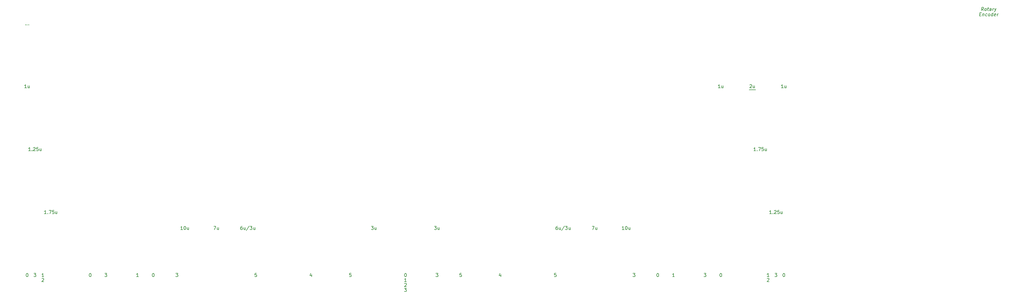
<source format=gbr>
%TF.GenerationSoftware,KiCad,Pcbnew,(6.0.9)*%
%TF.CreationDate,2022-11-27T02:07:55-08:00*%
%TF.ProjectId,40s-2040rmie,3430732d-3230-4343-9072-6d69652e6b69,rev?*%
%TF.SameCoordinates,Original*%
%TF.FileFunction,Legend,Top*%
%TF.FilePolarity,Positive*%
%FSLAX46Y46*%
G04 Gerber Fmt 4.6, Leading zero omitted, Abs format (unit mm)*
G04 Created by KiCad (PCBNEW (6.0.9)) date 2022-11-27 02:07:55*
%MOMM*%
%LPD*%
G01*
G04 APERTURE LIST*
%ADD10C,0.200000*%
%ADD11C,3.987800*%
%ADD12C,1.750000*%
%ADD13C,3.048000*%
%ADD14C,0.650000*%
%ADD15O,1.000000X1.600000*%
%ADD16O,1.000000X2.100000*%
G04 APERTURE END LIST*
D10*
X268075000Y-73050000D02*
X270075000Y-73050000D01*
X173039285Y-114397380D02*
X173658333Y-114397380D01*
X173325000Y-114778333D01*
X173467857Y-114778333D01*
X173563095Y-114825952D01*
X173610714Y-114873571D01*
X173658333Y-114968809D01*
X173658333Y-115206904D01*
X173610714Y-115302142D01*
X173563095Y-115349761D01*
X173467857Y-115397380D01*
X173182142Y-115397380D01*
X173086904Y-115349761D01*
X173039285Y-115302142D01*
X174515476Y-114730714D02*
X174515476Y-115397380D01*
X174086904Y-114730714D02*
X174086904Y-115254523D01*
X174134523Y-115349761D01*
X174229761Y-115397380D01*
X174372619Y-115397380D01*
X174467857Y-115349761D01*
X174515476Y-115302142D01*
X338846398Y-49131830D02*
X338572589Y-48655640D01*
X338274970Y-49131830D02*
X338399970Y-48131830D01*
X338780922Y-48131830D01*
X338870208Y-48179450D01*
X338911875Y-48227069D01*
X338947589Y-48322307D01*
X338929732Y-48465164D01*
X338870208Y-48560402D01*
X338816636Y-48608021D01*
X338715446Y-48655640D01*
X338334494Y-48655640D01*
X339417827Y-49131830D02*
X339328541Y-49084211D01*
X339286875Y-49036592D01*
X339251160Y-48941354D01*
X339286875Y-48655640D01*
X339346398Y-48560402D01*
X339399970Y-48512783D01*
X339501160Y-48465164D01*
X339644017Y-48465164D01*
X339733303Y-48512783D01*
X339774970Y-48560402D01*
X339810684Y-48655640D01*
X339774970Y-48941354D01*
X339715446Y-49036592D01*
X339661875Y-49084211D01*
X339560684Y-49131830D01*
X339417827Y-49131830D01*
X340120208Y-48465164D02*
X340501160Y-48465164D01*
X340304732Y-48131830D02*
X340197589Y-48988973D01*
X340233303Y-49084211D01*
X340322589Y-49131830D01*
X340417827Y-49131830D01*
X341179732Y-49131830D02*
X341245208Y-48608021D01*
X341209494Y-48512783D01*
X341120208Y-48465164D01*
X340929732Y-48465164D01*
X340828541Y-48512783D01*
X341185684Y-49084211D02*
X341084494Y-49131830D01*
X340846398Y-49131830D01*
X340757113Y-49084211D01*
X340721398Y-48988973D01*
X340733303Y-48893735D01*
X340792827Y-48798497D01*
X340894017Y-48750878D01*
X341132113Y-48750878D01*
X341233303Y-48703259D01*
X341655922Y-49131830D02*
X341739255Y-48465164D01*
X341715446Y-48655640D02*
X341774970Y-48560402D01*
X341828541Y-48512783D01*
X341929732Y-48465164D01*
X342024970Y-48465164D01*
X342263065Y-48465164D02*
X342417827Y-49131830D01*
X342739255Y-48465164D02*
X342417827Y-49131830D01*
X342292827Y-49369926D01*
X342239255Y-49417545D01*
X342138065Y-49465164D01*
X337745208Y-50218021D02*
X338078541Y-50218021D01*
X338155922Y-50741830D02*
X337679732Y-50741830D01*
X337804732Y-49741830D01*
X338280922Y-49741830D01*
X338667827Y-50075164D02*
X338584494Y-50741830D01*
X338655922Y-50170402D02*
X338709494Y-50122783D01*
X338810684Y-50075164D01*
X338953541Y-50075164D01*
X339042827Y-50122783D01*
X339078541Y-50218021D01*
X339013065Y-50741830D01*
X339923779Y-50694211D02*
X339822589Y-50741830D01*
X339632113Y-50741830D01*
X339542827Y-50694211D01*
X339501160Y-50646592D01*
X339465446Y-50551354D01*
X339501160Y-50265640D01*
X339560684Y-50170402D01*
X339614255Y-50122783D01*
X339715446Y-50075164D01*
X339905922Y-50075164D01*
X339995208Y-50122783D01*
X340489255Y-50741830D02*
X340399970Y-50694211D01*
X340358303Y-50646592D01*
X340322589Y-50551354D01*
X340358303Y-50265640D01*
X340417827Y-50170402D01*
X340471398Y-50122783D01*
X340572589Y-50075164D01*
X340715446Y-50075164D01*
X340804732Y-50122783D01*
X340846398Y-50170402D01*
X340882113Y-50265640D01*
X340846398Y-50551354D01*
X340786875Y-50646592D01*
X340733303Y-50694211D01*
X340632113Y-50741830D01*
X340489255Y-50741830D01*
X341679732Y-50741830D02*
X341804732Y-49741830D01*
X341685684Y-50694211D02*
X341584494Y-50741830D01*
X341394017Y-50741830D01*
X341304732Y-50694211D01*
X341263065Y-50646592D01*
X341227351Y-50551354D01*
X341263065Y-50265640D01*
X341322589Y-50170402D01*
X341376160Y-50122783D01*
X341477351Y-50075164D01*
X341667827Y-50075164D01*
X341757113Y-50122783D01*
X342542827Y-50694211D02*
X342441636Y-50741830D01*
X342251160Y-50741830D01*
X342161875Y-50694211D01*
X342126160Y-50598973D01*
X342173779Y-50218021D01*
X342233303Y-50122783D01*
X342334494Y-50075164D01*
X342524970Y-50075164D01*
X342614255Y-50122783D01*
X342649970Y-50218021D01*
X342638065Y-50313259D01*
X342149970Y-50408497D01*
X343013065Y-50741830D02*
X343096398Y-50075164D01*
X343072589Y-50265640D02*
X343132113Y-50170402D01*
X343185684Y-50122783D01*
X343286875Y-50075164D01*
X343382113Y-50075164D01*
X147869345Y-128652380D02*
X147393154Y-128652380D01*
X147345535Y-129128571D01*
X147393154Y-129080952D01*
X147488392Y-129033333D01*
X147726488Y-129033333D01*
X147821726Y-129080952D01*
X147869345Y-129128571D01*
X147916964Y-129223809D01*
X147916964Y-129461904D01*
X147869345Y-129557142D01*
X147821726Y-129604761D01*
X147726488Y-129652380D01*
X147488392Y-129652380D01*
X147393154Y-129604761D01*
X147345535Y-129557142D01*
X94910416Y-128652380D02*
X95529464Y-128652380D01*
X95196130Y-129033333D01*
X95338988Y-129033333D01*
X95434226Y-129080952D01*
X95481845Y-129128571D01*
X95529464Y-129223809D01*
X95529464Y-129461904D01*
X95481845Y-129557142D01*
X95434226Y-129604761D01*
X95338988Y-129652380D01*
X95053273Y-129652380D01*
X94958035Y-129604761D01*
X94910416Y-129557142D01*
X83623214Y-129652380D02*
X83051785Y-129652380D01*
X83337500Y-129652380D02*
X83337500Y-128652380D01*
X83242261Y-128795238D01*
X83147023Y-128890476D01*
X83051785Y-128938095D01*
X164585714Y-131152380D02*
X164014285Y-131152380D01*
X164300000Y-131152380D02*
X164300000Y-130152380D01*
X164204761Y-130295238D01*
X164109523Y-130390476D01*
X164014285Y-130438095D01*
X96982142Y-115397380D02*
X96410714Y-115397380D01*
X96696428Y-115397380D02*
X96696428Y-114397380D01*
X96601190Y-114540238D01*
X96505952Y-114635476D01*
X96410714Y-114683095D01*
X97601190Y-114397380D02*
X97696428Y-114397380D01*
X97791666Y-114445000D01*
X97839285Y-114492619D01*
X97886904Y-114587857D01*
X97934523Y-114778333D01*
X97934523Y-115016428D01*
X97886904Y-115206904D01*
X97839285Y-115302142D01*
X97791666Y-115349761D01*
X97696428Y-115397380D01*
X97601190Y-115397380D01*
X97505952Y-115349761D01*
X97458333Y-115302142D01*
X97410714Y-115206904D01*
X97363095Y-115016428D01*
X97363095Y-114778333D01*
X97410714Y-114587857D01*
X97458333Y-114492619D01*
X97505952Y-114445000D01*
X97601190Y-114397380D01*
X98791666Y-114730714D02*
X98791666Y-115397380D01*
X98363095Y-114730714D02*
X98363095Y-115254523D01*
X98410714Y-115349761D01*
X98505952Y-115397380D01*
X98648809Y-115397380D01*
X98744047Y-115349761D01*
X98791666Y-115302142D01*
X230332142Y-115397380D02*
X229760714Y-115397380D01*
X230046428Y-115397380D02*
X230046428Y-114397380D01*
X229951190Y-114540238D01*
X229855952Y-114635476D01*
X229760714Y-114683095D01*
X230951190Y-114397380D02*
X231046428Y-114397380D01*
X231141666Y-114445000D01*
X231189285Y-114492619D01*
X231236904Y-114587857D01*
X231284523Y-114778333D01*
X231284523Y-115016428D01*
X231236904Y-115206904D01*
X231189285Y-115302142D01*
X231141666Y-115349761D01*
X231046428Y-115397380D01*
X230951190Y-115397380D01*
X230855952Y-115349761D01*
X230808333Y-115302142D01*
X230760714Y-115206904D01*
X230713095Y-115016428D01*
X230713095Y-114778333D01*
X230760714Y-114587857D01*
X230808333Y-114492619D01*
X230855952Y-114445000D01*
X230951190Y-114397380D01*
X232141666Y-114730714D02*
X232141666Y-115397380D01*
X231713095Y-114730714D02*
X231713095Y-115254523D01*
X231760714Y-115349761D01*
X231855952Y-115397380D01*
X231998809Y-115397380D01*
X232094047Y-115349761D01*
X232141666Y-115302142D01*
X259383333Y-72502380D02*
X258811904Y-72502380D01*
X259097619Y-72502380D02*
X259097619Y-71502380D01*
X259002380Y-71645238D01*
X258907142Y-71740476D01*
X258811904Y-71788095D01*
X260240476Y-71835714D02*
X260240476Y-72502380D01*
X259811904Y-71835714D02*
X259811904Y-72359523D01*
X259859523Y-72454761D01*
X259954761Y-72502380D01*
X260097619Y-72502380D01*
X260192857Y-72454761D01*
X260240476Y-72407142D01*
X273551785Y-130247619D02*
X273599404Y-130200000D01*
X273694642Y-130152380D01*
X273932738Y-130152380D01*
X274027976Y-130200000D01*
X274075595Y-130247619D01*
X274123214Y-130342857D01*
X274123214Y-130438095D01*
X274075595Y-130580952D01*
X273504166Y-131152380D01*
X274123214Y-131152380D01*
X49833333Y-72502380D02*
X49261904Y-72502380D01*
X49547619Y-72502380D02*
X49547619Y-71502380D01*
X49452380Y-71645238D01*
X49357142Y-71740476D01*
X49261904Y-71788095D01*
X50690476Y-71835714D02*
X50690476Y-72502380D01*
X50261904Y-71835714D02*
X50261904Y-72359523D01*
X50309523Y-72454761D01*
X50404761Y-72502380D01*
X50547619Y-72502380D01*
X50642857Y-72454761D01*
X50690476Y-72407142D01*
X135915476Y-128985714D02*
X135915476Y-129652380D01*
X135677380Y-128604761D02*
X135439285Y-129319047D01*
X136058333Y-129319047D01*
X274861607Y-110602380D02*
X274290178Y-110602380D01*
X274575892Y-110602380D02*
X274575892Y-109602380D01*
X274480654Y-109745238D01*
X274385416Y-109840476D01*
X274290178Y-109888095D01*
X275290178Y-110507142D02*
X275337797Y-110554761D01*
X275290178Y-110602380D01*
X275242559Y-110554761D01*
X275290178Y-110507142D01*
X275290178Y-110602380D01*
X275718750Y-109697619D02*
X275766369Y-109650000D01*
X275861607Y-109602380D01*
X276099702Y-109602380D01*
X276194940Y-109650000D01*
X276242559Y-109697619D01*
X276290178Y-109792857D01*
X276290178Y-109888095D01*
X276242559Y-110030952D01*
X275671130Y-110602380D01*
X276290178Y-110602380D01*
X277194940Y-109602380D02*
X276718750Y-109602380D01*
X276671130Y-110078571D01*
X276718750Y-110030952D01*
X276813988Y-109983333D01*
X277052083Y-109983333D01*
X277147321Y-110030952D01*
X277194940Y-110078571D01*
X277242559Y-110173809D01*
X277242559Y-110411904D01*
X277194940Y-110507142D01*
X277147321Y-110554761D01*
X277052083Y-110602380D01*
X276813988Y-110602380D01*
X276718750Y-110554761D01*
X276671130Y-110507142D01*
X278099702Y-109935714D02*
X278099702Y-110602380D01*
X277671130Y-109935714D02*
X277671130Y-110459523D01*
X277718750Y-110554761D01*
X277813988Y-110602380D01*
X277956845Y-110602380D01*
X278052083Y-110554761D01*
X278099702Y-110507142D01*
X193065476Y-128985714D02*
X193065476Y-129652380D01*
X192827380Y-128604761D02*
X192589285Y-129319047D01*
X193208333Y-129319047D01*
X181206845Y-128652380D02*
X180730654Y-128652380D01*
X180683035Y-129128571D01*
X180730654Y-129080952D01*
X180825892Y-129033333D01*
X181063988Y-129033333D01*
X181159226Y-129080952D01*
X181206845Y-129128571D01*
X181254464Y-129223809D01*
X181254464Y-129461904D01*
X181206845Y-129557142D01*
X181159226Y-129604761D01*
X181063988Y-129652380D01*
X180825892Y-129652380D01*
X180730654Y-129604761D01*
X180683035Y-129557142D01*
X88052380Y-128652380D02*
X88147619Y-128652380D01*
X88242857Y-128700000D01*
X88290476Y-128747619D01*
X88338095Y-128842857D01*
X88385714Y-129033333D01*
X88385714Y-129271428D01*
X88338095Y-129461904D01*
X88290476Y-129557142D01*
X88242857Y-129604761D01*
X88147619Y-129652380D01*
X88052380Y-129652380D01*
X87957142Y-129604761D01*
X87909523Y-129557142D01*
X87861904Y-129461904D01*
X87814285Y-129271428D01*
X87814285Y-129033333D01*
X87861904Y-128842857D01*
X87909523Y-128747619D01*
X87957142Y-128700000D01*
X88052380Y-128652380D01*
X220664285Y-114397380D02*
X221330952Y-114397380D01*
X220902380Y-115397380D01*
X222140476Y-114730714D02*
X222140476Y-115397380D01*
X221711904Y-114730714D02*
X221711904Y-115254523D01*
X221759523Y-115349761D01*
X221854761Y-115397380D01*
X221997619Y-115397380D01*
X222092857Y-115349761D01*
X222140476Y-115302142D01*
X233022916Y-128652380D02*
X233641964Y-128652380D01*
X233308630Y-129033333D01*
X233451488Y-129033333D01*
X233546726Y-129080952D01*
X233594345Y-129128571D01*
X233641964Y-129223809D01*
X233641964Y-129461904D01*
X233594345Y-129557142D01*
X233546726Y-129604761D01*
X233451488Y-129652380D01*
X233165773Y-129652380D01*
X233070535Y-129604761D01*
X233022916Y-129557142D01*
X164014285Y-131747619D02*
X164061904Y-131700000D01*
X164157142Y-131652380D01*
X164395238Y-131652380D01*
X164490476Y-131700000D01*
X164538095Y-131747619D01*
X164585714Y-131842857D01*
X164585714Y-131938095D01*
X164538095Y-132080952D01*
X163966666Y-132652380D01*
X164585714Y-132652380D01*
X51024107Y-91552380D02*
X50452678Y-91552380D01*
X50738392Y-91552380D02*
X50738392Y-90552380D01*
X50643154Y-90695238D01*
X50547916Y-90790476D01*
X50452678Y-90838095D01*
X51452678Y-91457142D02*
X51500297Y-91504761D01*
X51452678Y-91552380D01*
X51405059Y-91504761D01*
X51452678Y-91457142D01*
X51452678Y-91552380D01*
X51881250Y-90647619D02*
X51928869Y-90600000D01*
X52024107Y-90552380D01*
X52262202Y-90552380D01*
X52357440Y-90600000D01*
X52405059Y-90647619D01*
X52452678Y-90742857D01*
X52452678Y-90838095D01*
X52405059Y-90980952D01*
X51833630Y-91552380D01*
X52452678Y-91552380D01*
X53357440Y-90552380D02*
X52881250Y-90552380D01*
X52833630Y-91028571D01*
X52881250Y-90980952D01*
X52976488Y-90933333D01*
X53214583Y-90933333D01*
X53309821Y-90980952D01*
X53357440Y-91028571D01*
X53405059Y-91123809D01*
X53405059Y-91361904D01*
X53357440Y-91457142D01*
X53309821Y-91504761D01*
X53214583Y-91552380D01*
X52976488Y-91552380D01*
X52881250Y-91504761D01*
X52833630Y-91457142D01*
X54262202Y-90885714D02*
X54262202Y-91552380D01*
X53833630Y-90885714D02*
X53833630Y-91409523D01*
X53881250Y-91504761D01*
X53976488Y-91552380D01*
X54119345Y-91552380D01*
X54214583Y-91504761D01*
X54262202Y-91457142D01*
X114960714Y-114397380D02*
X114770238Y-114397380D01*
X114675000Y-114445000D01*
X114627380Y-114492619D01*
X114532142Y-114635476D01*
X114484523Y-114825952D01*
X114484523Y-115206904D01*
X114532142Y-115302142D01*
X114579761Y-115349761D01*
X114675000Y-115397380D01*
X114865476Y-115397380D01*
X114960714Y-115349761D01*
X115008333Y-115302142D01*
X115055952Y-115206904D01*
X115055952Y-114968809D01*
X115008333Y-114873571D01*
X114960714Y-114825952D01*
X114865476Y-114778333D01*
X114675000Y-114778333D01*
X114579761Y-114825952D01*
X114532142Y-114873571D01*
X114484523Y-114968809D01*
X115913095Y-114730714D02*
X115913095Y-115397380D01*
X115484523Y-114730714D02*
X115484523Y-115254523D01*
X115532142Y-115349761D01*
X115627380Y-115397380D01*
X115770238Y-115397380D01*
X115865476Y-115349761D01*
X115913095Y-115302142D01*
X117103571Y-114349761D02*
X116246428Y-115635476D01*
X117341666Y-114397380D02*
X117960714Y-114397380D01*
X117627380Y-114778333D01*
X117770238Y-114778333D01*
X117865476Y-114825952D01*
X117913095Y-114873571D01*
X117960714Y-114968809D01*
X117960714Y-115206904D01*
X117913095Y-115302142D01*
X117865476Y-115349761D01*
X117770238Y-115397380D01*
X117484523Y-115397380D01*
X117389285Y-115349761D01*
X117341666Y-115302142D01*
X118817857Y-114730714D02*
X118817857Y-115397380D01*
X118389285Y-114730714D02*
X118389285Y-115254523D01*
X118436904Y-115349761D01*
X118532142Y-115397380D01*
X118675000Y-115397380D01*
X118770238Y-115349761D01*
X118817857Y-115302142D01*
X209781845Y-128652380D02*
X209305654Y-128652380D01*
X209258035Y-129128571D01*
X209305654Y-129080952D01*
X209400892Y-129033333D01*
X209638988Y-129033333D01*
X209734226Y-129080952D01*
X209781845Y-129128571D01*
X209829464Y-129223809D01*
X209829464Y-129461904D01*
X209781845Y-129557142D01*
X209734226Y-129604761D01*
X209638988Y-129652380D01*
X209400892Y-129652380D01*
X209305654Y-129604761D01*
X209258035Y-129557142D01*
X268336904Y-71597619D02*
X268384523Y-71550000D01*
X268479761Y-71502380D01*
X268717857Y-71502380D01*
X268813095Y-71550000D01*
X268860714Y-71597619D01*
X268908333Y-71692857D01*
X268908333Y-71788095D01*
X268860714Y-71930952D01*
X268289285Y-72502380D01*
X268908333Y-72502380D01*
X269765476Y-71835714D02*
X269765476Y-72502380D01*
X269336904Y-71835714D02*
X269336904Y-72359523D01*
X269384523Y-72454761D01*
X269479761Y-72502380D01*
X269622619Y-72502380D01*
X269717857Y-72454761D01*
X269765476Y-72407142D01*
X55048214Y-129652380D02*
X54476785Y-129652380D01*
X54762500Y-129652380D02*
X54762500Y-128652380D01*
X54667261Y-128795238D01*
X54572023Y-128890476D01*
X54476785Y-128938095D01*
X49952380Y-128652380D02*
X50047619Y-128652380D01*
X50142857Y-128700000D01*
X50190476Y-128747619D01*
X50238095Y-128842857D01*
X50285714Y-129033333D01*
X50285714Y-129271428D01*
X50238095Y-129461904D01*
X50190476Y-129557142D01*
X50142857Y-129604761D01*
X50047619Y-129652380D01*
X49952380Y-129652380D01*
X49857142Y-129604761D01*
X49809523Y-129557142D01*
X49761904Y-129461904D01*
X49714285Y-129271428D01*
X49714285Y-129033333D01*
X49761904Y-128842857D01*
X49809523Y-128747619D01*
X49857142Y-128700000D01*
X49952380Y-128652380D01*
X69002380Y-128652380D02*
X69097619Y-128652380D01*
X69192857Y-128700000D01*
X69240476Y-128747619D01*
X69288095Y-128842857D01*
X69335714Y-129033333D01*
X69335714Y-129271428D01*
X69288095Y-129461904D01*
X69240476Y-129557142D01*
X69192857Y-129604761D01*
X69097619Y-129652380D01*
X69002380Y-129652380D01*
X68907142Y-129604761D01*
X68859523Y-129557142D01*
X68811904Y-129461904D01*
X68764285Y-129271428D01*
X68764285Y-129033333D01*
X68811904Y-128842857D01*
X68859523Y-128747619D01*
X68907142Y-128700000D01*
X69002380Y-128652380D01*
X55786607Y-110602380D02*
X55215178Y-110602380D01*
X55500892Y-110602380D02*
X55500892Y-109602380D01*
X55405654Y-109745238D01*
X55310416Y-109840476D01*
X55215178Y-109888095D01*
X56215178Y-110507142D02*
X56262797Y-110554761D01*
X56215178Y-110602380D01*
X56167559Y-110554761D01*
X56215178Y-110507142D01*
X56215178Y-110602380D01*
X56596130Y-109602380D02*
X57262797Y-109602380D01*
X56834226Y-110602380D01*
X58119940Y-109602380D02*
X57643750Y-109602380D01*
X57596130Y-110078571D01*
X57643750Y-110030952D01*
X57738988Y-109983333D01*
X57977083Y-109983333D01*
X58072321Y-110030952D01*
X58119940Y-110078571D01*
X58167559Y-110173809D01*
X58167559Y-110411904D01*
X58119940Y-110507142D01*
X58072321Y-110554761D01*
X57977083Y-110602380D01*
X57738988Y-110602380D01*
X57643750Y-110554761D01*
X57596130Y-110507142D01*
X59024702Y-109935714D02*
X59024702Y-110602380D01*
X58596130Y-109935714D02*
X58596130Y-110459523D01*
X58643750Y-110554761D01*
X58738988Y-110602380D01*
X58881845Y-110602380D01*
X58977083Y-110554761D01*
X59024702Y-110507142D01*
X49523809Y-53357142D02*
X49571428Y-53404761D01*
X49523809Y-53452380D01*
X49476190Y-53404761D01*
X49523809Y-53357142D01*
X49523809Y-53452380D01*
X50000000Y-53357142D02*
X50047619Y-53404761D01*
X50000000Y-53452380D01*
X49952380Y-53404761D01*
X50000000Y-53357142D01*
X50000000Y-53452380D01*
X50476190Y-53357142D02*
X50523809Y-53404761D01*
X50476190Y-53452380D01*
X50428571Y-53404761D01*
X50476190Y-53357142D01*
X50476190Y-53452380D01*
X245548214Y-129652380D02*
X244976785Y-129652380D01*
X245262500Y-129652380D02*
X245262500Y-128652380D01*
X245167261Y-128795238D01*
X245072023Y-128890476D01*
X244976785Y-128938095D01*
X73479166Y-128652380D02*
X74098214Y-128652380D01*
X73764880Y-129033333D01*
X73907738Y-129033333D01*
X74002976Y-129080952D01*
X74050595Y-129128571D01*
X74098214Y-129223809D01*
X74098214Y-129461904D01*
X74050595Y-129557142D01*
X74002976Y-129604761D01*
X73907738Y-129652380D01*
X73622023Y-129652380D01*
X73526785Y-129604761D01*
X73479166Y-129557142D01*
X254454166Y-128652380D02*
X255073214Y-128652380D01*
X254739880Y-129033333D01*
X254882738Y-129033333D01*
X254977976Y-129080952D01*
X255025595Y-129128571D01*
X255073214Y-129223809D01*
X255073214Y-129461904D01*
X255025595Y-129557142D01*
X254977976Y-129604761D01*
X254882738Y-129652380D01*
X254597023Y-129652380D01*
X254501785Y-129604761D01*
X254454166Y-129557142D01*
X54476785Y-130247619D02*
X54524404Y-130200000D01*
X54619642Y-130152380D01*
X54857738Y-130152380D01*
X54952976Y-130200000D01*
X55000595Y-130247619D01*
X55048214Y-130342857D01*
X55048214Y-130438095D01*
X55000595Y-130580952D01*
X54429166Y-131152380D01*
X55048214Y-131152380D01*
X153989285Y-114397380D02*
X154608333Y-114397380D01*
X154275000Y-114778333D01*
X154417857Y-114778333D01*
X154513095Y-114825952D01*
X154560714Y-114873571D01*
X154608333Y-114968809D01*
X154608333Y-115206904D01*
X154560714Y-115302142D01*
X154513095Y-115349761D01*
X154417857Y-115397380D01*
X154132142Y-115397380D01*
X154036904Y-115349761D01*
X153989285Y-115302142D01*
X155465476Y-114730714D02*
X155465476Y-115397380D01*
X155036904Y-114730714D02*
X155036904Y-115254523D01*
X155084523Y-115349761D01*
X155179761Y-115397380D01*
X155322619Y-115397380D01*
X155417857Y-115349761D01*
X155465476Y-115302142D01*
X278433333Y-72502380D02*
X277861904Y-72502380D01*
X278147619Y-72502380D02*
X278147619Y-71502380D01*
X278052380Y-71645238D01*
X277957142Y-71740476D01*
X277861904Y-71788095D01*
X279290476Y-71835714D02*
X279290476Y-72502380D01*
X278861904Y-71835714D02*
X278861904Y-72359523D01*
X278909523Y-72454761D01*
X279004761Y-72502380D01*
X279147619Y-72502380D01*
X279242857Y-72454761D01*
X279290476Y-72407142D01*
X173491666Y-128652380D02*
X174110714Y-128652380D01*
X173777380Y-129033333D01*
X173920238Y-129033333D01*
X174015476Y-129080952D01*
X174063095Y-129128571D01*
X174110714Y-129223809D01*
X174110714Y-129461904D01*
X174063095Y-129557142D01*
X174015476Y-129604761D01*
X173920238Y-129652380D01*
X173634523Y-129652380D01*
X173539285Y-129604761D01*
X173491666Y-129557142D01*
X52047916Y-128652380D02*
X52666964Y-128652380D01*
X52333630Y-129033333D01*
X52476488Y-129033333D01*
X52571726Y-129080952D01*
X52619345Y-129128571D01*
X52666964Y-129223809D01*
X52666964Y-129461904D01*
X52619345Y-129557142D01*
X52571726Y-129604761D01*
X52476488Y-129652380D01*
X52190773Y-129652380D01*
X52095535Y-129604761D01*
X52047916Y-129557142D01*
X119294345Y-128652380D02*
X118818154Y-128652380D01*
X118770535Y-129128571D01*
X118818154Y-129080952D01*
X118913392Y-129033333D01*
X119151488Y-129033333D01*
X119246726Y-129080952D01*
X119294345Y-129128571D01*
X119341964Y-129223809D01*
X119341964Y-129461904D01*
X119294345Y-129557142D01*
X119246726Y-129604761D01*
X119151488Y-129652380D01*
X118913392Y-129652380D01*
X118818154Y-129604761D01*
X118770535Y-129557142D01*
X270099107Y-91552380D02*
X269527678Y-91552380D01*
X269813392Y-91552380D02*
X269813392Y-90552380D01*
X269718154Y-90695238D01*
X269622916Y-90790476D01*
X269527678Y-90838095D01*
X270527678Y-91457142D02*
X270575297Y-91504761D01*
X270527678Y-91552380D01*
X270480059Y-91504761D01*
X270527678Y-91457142D01*
X270527678Y-91552380D01*
X270908630Y-90552380D02*
X271575297Y-90552380D01*
X271146726Y-91552380D01*
X272432440Y-90552380D02*
X271956250Y-90552380D01*
X271908630Y-91028571D01*
X271956250Y-90980952D01*
X272051488Y-90933333D01*
X272289583Y-90933333D01*
X272384821Y-90980952D01*
X272432440Y-91028571D01*
X272480059Y-91123809D01*
X272480059Y-91361904D01*
X272432440Y-91457142D01*
X272384821Y-91504761D01*
X272289583Y-91552380D01*
X272051488Y-91552380D01*
X271956250Y-91504761D01*
X271908630Y-91457142D01*
X273337202Y-90885714D02*
X273337202Y-91552380D01*
X272908630Y-90885714D02*
X272908630Y-91409523D01*
X272956250Y-91504761D01*
X273051488Y-91552380D01*
X273194345Y-91552380D01*
X273289583Y-91504761D01*
X273337202Y-91457142D01*
X210210714Y-114397380D02*
X210020238Y-114397380D01*
X209925000Y-114445000D01*
X209877380Y-114492619D01*
X209782142Y-114635476D01*
X209734523Y-114825952D01*
X209734523Y-115206904D01*
X209782142Y-115302142D01*
X209829761Y-115349761D01*
X209925000Y-115397380D01*
X210115476Y-115397380D01*
X210210714Y-115349761D01*
X210258333Y-115302142D01*
X210305952Y-115206904D01*
X210305952Y-114968809D01*
X210258333Y-114873571D01*
X210210714Y-114825952D01*
X210115476Y-114778333D01*
X209925000Y-114778333D01*
X209829761Y-114825952D01*
X209782142Y-114873571D01*
X209734523Y-114968809D01*
X211163095Y-114730714D02*
X211163095Y-115397380D01*
X210734523Y-114730714D02*
X210734523Y-115254523D01*
X210782142Y-115349761D01*
X210877380Y-115397380D01*
X211020238Y-115397380D01*
X211115476Y-115349761D01*
X211163095Y-115302142D01*
X212353571Y-114349761D02*
X211496428Y-115635476D01*
X212591666Y-114397380D02*
X213210714Y-114397380D01*
X212877380Y-114778333D01*
X213020238Y-114778333D01*
X213115476Y-114825952D01*
X213163095Y-114873571D01*
X213210714Y-114968809D01*
X213210714Y-115206904D01*
X213163095Y-115302142D01*
X213115476Y-115349761D01*
X213020238Y-115397380D01*
X212734523Y-115397380D01*
X212639285Y-115349761D01*
X212591666Y-115302142D01*
X214067857Y-114730714D02*
X214067857Y-115397380D01*
X213639285Y-114730714D02*
X213639285Y-115254523D01*
X213686904Y-115349761D01*
X213782142Y-115397380D01*
X213925000Y-115397380D01*
X214020238Y-115349761D01*
X214067857Y-115302142D01*
X275885416Y-128652380D02*
X276504464Y-128652380D01*
X276171130Y-129033333D01*
X276313988Y-129033333D01*
X276409226Y-129080952D01*
X276456845Y-129128571D01*
X276504464Y-129223809D01*
X276504464Y-129461904D01*
X276456845Y-129557142D01*
X276409226Y-129604761D01*
X276313988Y-129652380D01*
X276028273Y-129652380D01*
X275933035Y-129604761D01*
X275885416Y-129557142D01*
X163966666Y-133152380D02*
X164585714Y-133152380D01*
X164252380Y-133533333D01*
X164395238Y-133533333D01*
X164490476Y-133580952D01*
X164538095Y-133628571D01*
X164585714Y-133723809D01*
X164585714Y-133961904D01*
X164538095Y-134057142D01*
X164490476Y-134104761D01*
X164395238Y-134152380D01*
X164109523Y-134152380D01*
X164014285Y-134104761D01*
X163966666Y-134057142D01*
X240452380Y-128652380D02*
X240547619Y-128652380D01*
X240642857Y-128700000D01*
X240690476Y-128747619D01*
X240738095Y-128842857D01*
X240785714Y-129033333D01*
X240785714Y-129271428D01*
X240738095Y-129461904D01*
X240690476Y-129557142D01*
X240642857Y-129604761D01*
X240547619Y-129652380D01*
X240452380Y-129652380D01*
X240357142Y-129604761D01*
X240309523Y-129557142D01*
X240261904Y-129461904D01*
X240214285Y-129271428D01*
X240214285Y-129033333D01*
X240261904Y-128842857D01*
X240309523Y-128747619D01*
X240357142Y-128700000D01*
X240452380Y-128652380D01*
X259502380Y-128652380D02*
X259597619Y-128652380D01*
X259692857Y-128700000D01*
X259740476Y-128747619D01*
X259788095Y-128842857D01*
X259835714Y-129033333D01*
X259835714Y-129271428D01*
X259788095Y-129461904D01*
X259740476Y-129557142D01*
X259692857Y-129604761D01*
X259597619Y-129652380D01*
X259502380Y-129652380D01*
X259407142Y-129604761D01*
X259359523Y-129557142D01*
X259311904Y-129461904D01*
X259264285Y-129271428D01*
X259264285Y-129033333D01*
X259311904Y-128842857D01*
X259359523Y-128747619D01*
X259407142Y-128700000D01*
X259502380Y-128652380D01*
X274123214Y-129652380D02*
X273551785Y-129652380D01*
X273837500Y-129652380D02*
X273837500Y-128652380D01*
X273742261Y-128795238D01*
X273647023Y-128890476D01*
X273551785Y-128938095D01*
X164252380Y-128652380D02*
X164347619Y-128652380D01*
X164442857Y-128700000D01*
X164490476Y-128747619D01*
X164538095Y-128842857D01*
X164585714Y-129033333D01*
X164585714Y-129271428D01*
X164538095Y-129461904D01*
X164490476Y-129557142D01*
X164442857Y-129604761D01*
X164347619Y-129652380D01*
X164252380Y-129652380D01*
X164157142Y-129604761D01*
X164109523Y-129557142D01*
X164061904Y-129461904D01*
X164014285Y-129271428D01*
X164014285Y-129033333D01*
X164061904Y-128842857D01*
X164109523Y-128747619D01*
X164157142Y-128700000D01*
X164252380Y-128652380D01*
X278552380Y-128652380D02*
X278647619Y-128652380D01*
X278742857Y-128700000D01*
X278790476Y-128747619D01*
X278838095Y-128842857D01*
X278885714Y-129033333D01*
X278885714Y-129271428D01*
X278838095Y-129461904D01*
X278790476Y-129557142D01*
X278742857Y-129604761D01*
X278647619Y-129652380D01*
X278552380Y-129652380D01*
X278457142Y-129604761D01*
X278409523Y-129557142D01*
X278361904Y-129461904D01*
X278314285Y-129271428D01*
X278314285Y-129033333D01*
X278361904Y-128842857D01*
X278409523Y-128747619D01*
X278457142Y-128700000D01*
X278552380Y-128652380D01*
X106364285Y-114397380D02*
X107030952Y-114397380D01*
X106602380Y-115397380D01*
X107840476Y-114730714D02*
X107840476Y-115397380D01*
X107411904Y-114730714D02*
X107411904Y-115254523D01*
X107459523Y-115349761D01*
X107554761Y-115397380D01*
X107697619Y-115397380D01*
X107792857Y-115349761D01*
X107840476Y-115302142D01*
%LPC*%
D11*
%TO.C,MX4-9_1*%
X245262500Y-126200000D03*
D12*
X250342500Y-126200000D03*
X240182500Y-126200000D03*
%TD*%
D11*
%TO.C,MX4-7_2*%
X173825000Y-126200000D03*
D12*
X168745000Y-126200000D03*
X178905000Y-126200000D03*
%TD*%
%TO.C,MX3-2*%
X97307500Y-107150000D03*
D11*
X102387500Y-107150000D03*
D12*
X107467500Y-107150000D03*
%TD*%
%TO.C,MX3-14*%
X326542500Y-107150000D03*
X316382500Y-107150000D03*
D11*
X321462500Y-107150000D03*
%TD*%
%TO.C,ST-2_0*%
X211925000Y-117945000D03*
D13*
X211925000Y-133185000D03*
X116675000Y-133185000D03*
D11*
X116675000Y-117945000D03*
%TD*%
D12*
%TO.C,MX0-9*%
X226530000Y-45237500D03*
D11*
X221450000Y-45237500D03*
D12*
X216370000Y-45237500D03*
%TD*%
D11*
%TO.C,MX4-0_1*%
X54762500Y-126200000D03*
D12*
X59842500Y-126200000D03*
X49682500Y-126200000D03*
%TD*%
D11*
%TO.C,MX4-0_2*%
X52381250Y-126200000D03*
D12*
X57461250Y-126200000D03*
X47301250Y-126200000D03*
%TD*%
%TO.C,MX2-10*%
X250342500Y-88100000D03*
D11*
X245262500Y-88100000D03*
D12*
X240182500Y-88100000D03*
%TD*%
%TO.C,MX4-7_4*%
X186048750Y-126200000D03*
D11*
X180968750Y-126200000D03*
D12*
X175888750Y-126200000D03*
%TD*%
%TO.C,MX1-7*%
X188430000Y-69050000D03*
X178270000Y-69050000D03*
D11*
X183350000Y-69050000D03*
%TD*%
D12*
%TO.C,MX0-15*%
X345592500Y-45237500D03*
D11*
X340512500Y-45237500D03*
D12*
X335432500Y-45237500D03*
%TD*%
%TO.C,MX4-4_4*%
X152711250Y-126200000D03*
D11*
X147631250Y-126200000D03*
D12*
X142551250Y-126200000D03*
%TD*%
D11*
%TO.C,MX0-2*%
X88100000Y-50000000D03*
D12*
X83020000Y-50000000D03*
X93180000Y-50000000D03*
%TD*%
%TO.C,MX1-B12*%
X263995000Y-69050000D03*
X274155000Y-69050000D03*
D11*
X269075000Y-69050000D03*
%TD*%
D12*
%TO.C,MX0-14*%
X316382500Y-45237500D03*
D11*
X321462500Y-45237500D03*
D12*
X326542500Y-45237500D03*
%TD*%
D11*
%TO.C,MX0-3*%
X107150000Y-50000000D03*
D12*
X112230000Y-50000000D03*
X102070000Y-50000000D03*
%TD*%
D11*
%TO.C,MX0-10*%
X240500000Y-45237500D03*
D12*
X245580000Y-45237500D03*
X235420000Y-45237500D03*
%TD*%
%TO.C,MX4-10_0*%
X254470000Y-126200000D03*
X264630000Y-126200000D03*
D11*
X259550000Y-126200000D03*
%TD*%
D12*
%TO.C,MX1-15*%
X335432500Y-64287500D03*
D11*
X340512500Y-64287500D03*
D12*
X345592500Y-64287500D03*
%TD*%
%TO.C,MX3-3*%
X116357500Y-107150000D03*
X126517500Y-107150000D03*
D11*
X121437500Y-107150000D03*
%TD*%
D13*
%TO.C,ST-3_0*%
X154775000Y-133185000D03*
D11*
X116675000Y-117945000D03*
X154775000Y-117945000D03*
D13*
X116675000Y-133185000D03*
%TD*%
D11*
%TO.C,MX1-8*%
X202400000Y-69050000D03*
D12*
X207480000Y-69050000D03*
X197320000Y-69050000D03*
%TD*%
D11*
%TO.C,ST-A_0*%
X257168750Y-60795000D03*
X280981250Y-60795000D03*
D13*
X257168750Y-76035000D03*
X280981250Y-76035000D03*
%TD*%
D12*
%TO.C,MX1-14*%
X316382500Y-64287500D03*
X326542500Y-64287500D03*
D11*
X321462500Y-64287500D03*
%TD*%
D12*
%TO.C,MX1-6*%
X159220000Y-69050000D03*
D11*
X164300000Y-69050000D03*
D12*
X169380000Y-69050000D03*
%TD*%
D11*
%TO.C,MX4-1_2*%
X73812500Y-126200000D03*
D12*
X68732500Y-126200000D03*
X78892500Y-126200000D03*
%TD*%
D11*
%TO.C,ST-3_1*%
X211925000Y-117945000D03*
X173825000Y-117945000D03*
D13*
X173825000Y-133185000D03*
X211925000Y-133185000D03*
%TD*%
D12*
%TO.C,MX4-4_0*%
X169380000Y-126200000D03*
D11*
X164300000Y-126200000D03*
D12*
X159220000Y-126200000D03*
%TD*%
%TO.C,MX2-11*%
X266376250Y-88100000D03*
D11*
X271456250Y-88100000D03*
D12*
X276536250Y-88100000D03*
%TD*%
%TO.C,MX3-10*%
X249707500Y-107150000D03*
D11*
X254787500Y-107150000D03*
D12*
X259867500Y-107150000D03*
%TD*%
D11*
%TO.C,MX2-1*%
X73812500Y-88100000D03*
D12*
X78892500Y-88100000D03*
X68732500Y-88100000D03*
%TD*%
D11*
%TO.C,MX1-4*%
X126200000Y-69050000D03*
D12*
X131280000Y-69050000D03*
X121120000Y-69050000D03*
%TD*%
D13*
%TO.C,ST-0_0*%
X221450000Y-133185000D03*
X107150000Y-133185000D03*
D11*
X221450000Y-117945000D03*
X107150000Y-117945000D03*
%TD*%
D12*
%TO.C,MX4-3_4*%
X113976250Y-126200000D03*
D11*
X119056250Y-126200000D03*
D12*
X124136250Y-126200000D03*
%TD*%
%TO.C,MX3-9*%
X240817500Y-107150000D03*
X230657500Y-107150000D03*
D11*
X235737500Y-107150000D03*
%TD*%
%TO.C,MX4-2_2*%
X95243750Y-126200000D03*
D12*
X100323750Y-126200000D03*
X90163750Y-126200000D03*
%TD*%
%TO.C,MX1-13*%
X307492500Y-64287500D03*
D11*
X302412500Y-64287500D03*
D12*
X297332500Y-64287500D03*
%TD*%
%TO.C,MX3-11*%
X281298750Y-107150000D03*
D11*
X276218750Y-107150000D03*
D12*
X271138750Y-107150000D03*
%TD*%
D11*
%TO.C,MX2-8*%
X207162500Y-88100000D03*
D12*
X202082500Y-88100000D03*
X212242500Y-88100000D03*
%TD*%
%TO.C,MX2-5*%
X144932500Y-88100000D03*
X155092500Y-88100000D03*
D11*
X150012500Y-88100000D03*
%TD*%
D12*
%TO.C,MX2-3*%
X106832500Y-88100000D03*
X116992500Y-88100000D03*
D11*
X111912500Y-88100000D03*
%TD*%
D12*
%TO.C,MX3-8*%
X221767500Y-107150000D03*
D11*
X216687500Y-107150000D03*
D12*
X211607500Y-107150000D03*
%TD*%
%TO.C,MX1-11*%
X264630000Y-69050000D03*
D11*
X259550000Y-69050000D03*
D12*
X254470000Y-69050000D03*
%TD*%
%TO.C,MX4-14*%
X326542500Y-126200000D03*
D11*
X321462500Y-126200000D03*
D12*
X316382500Y-126200000D03*
%TD*%
%TO.C,MX1-1*%
X63970000Y-69050000D03*
D11*
X69050000Y-69050000D03*
D12*
X74130000Y-69050000D03*
%TD*%
%TO.C,MX3-4*%
X145567500Y-107150000D03*
D11*
X140487500Y-107150000D03*
D12*
X135407500Y-107150000D03*
%TD*%
%TO.C,MX3-5*%
X164617500Y-107150000D03*
D11*
X159537500Y-107150000D03*
D12*
X154457500Y-107150000D03*
%TD*%
D11*
%TO.C,MX0-13*%
X302412500Y-45237500D03*
D12*
X307492500Y-45237500D03*
X297332500Y-45237500D03*
%TD*%
D11*
%TO.C,MX4-9_2*%
X233356250Y-126200000D03*
D12*
X228276250Y-126200000D03*
X238436250Y-126200000D03*
%TD*%
%TO.C,MX4-4_3*%
X130645000Y-126200000D03*
D11*
X135725000Y-126200000D03*
D12*
X140805000Y-126200000D03*
%TD*%
%TO.C,MX1-A12*%
X283680000Y-69050000D03*
X273520000Y-69050000D03*
D11*
X278600000Y-69050000D03*
%TD*%
%TO.C,ST-1_0*%
X97625000Y-117945000D03*
D13*
X230975000Y-133185000D03*
X97625000Y-133185000D03*
D11*
X230975000Y-117945000D03*
%TD*%
D12*
%TO.C,MX1-2*%
X83020000Y-69050000D03*
D11*
X88100000Y-69050000D03*
D12*
X93180000Y-69050000D03*
%TD*%
D11*
%TO.C,MX1-10*%
X240500000Y-69050000D03*
D12*
X235420000Y-69050000D03*
X245580000Y-69050000D03*
%TD*%
D11*
%TO.C,MX4-2_0*%
X88100000Y-126200000D03*
D12*
X83020000Y-126200000D03*
X93180000Y-126200000D03*
%TD*%
%TO.C,MX1-3*%
X102070000Y-69050000D03*
D11*
X107150000Y-69050000D03*
D12*
X112230000Y-69050000D03*
%TD*%
%TO.C,MX4-13*%
X297332500Y-126200000D03*
D11*
X302412500Y-126200000D03*
D12*
X307492500Y-126200000D03*
%TD*%
%TO.C,MX1-5*%
X140170000Y-69050000D03*
D11*
X145250000Y-69050000D03*
D12*
X150330000Y-69050000D03*
%TD*%
%TO.C,MX2-6*%
X163982500Y-88100000D03*
D11*
X169062500Y-88100000D03*
D12*
X174142500Y-88100000D03*
%TD*%
%TO.C,MX4-11_2*%
X271138750Y-126200000D03*
X281298750Y-126200000D03*
D11*
X276218750Y-126200000D03*
%TD*%
D12*
%TO.C,MX4-8_4*%
X214623750Y-126200000D03*
D11*
X209543750Y-126200000D03*
D12*
X204463750Y-126200000D03*
%TD*%
%TO.C,MX2-7*%
X193192500Y-88100000D03*
D11*
X188112500Y-88100000D03*
D12*
X183032500Y-88100000D03*
%TD*%
%TO.C,MX2-9*%
X231292500Y-88100000D03*
D11*
X226212500Y-88100000D03*
D12*
X221132500Y-88100000D03*
%TD*%
D11*
%TO.C,MX4-11_0*%
X278600000Y-126200000D03*
D12*
X283680000Y-126200000D03*
X273520000Y-126200000D03*
%TD*%
%TO.C,MX4-1_0*%
X63970000Y-126200000D03*
X74130000Y-126200000D03*
D11*
X69050000Y-126200000D03*
%TD*%
D12*
%TO.C,MX4-10_2*%
X249707500Y-126200000D03*
D11*
X254787500Y-126200000D03*
D12*
X259867500Y-126200000D03*
%TD*%
D11*
%TO.C,MX0-5*%
X145250000Y-50000000D03*
D12*
X150330000Y-50000000D03*
X140170000Y-50000000D03*
%TD*%
D11*
%TO.C,MX4-2_1*%
X83337500Y-126200000D03*
D12*
X78257500Y-126200000D03*
X88417500Y-126200000D03*
%TD*%
%TO.C,MX4-11_1*%
X268757500Y-126200000D03*
D11*
X273837500Y-126200000D03*
D12*
X278917500Y-126200000D03*
%TD*%
%TO.C,MX0-1*%
X74130000Y-50000000D03*
D11*
X69050000Y-50000000D03*
D12*
X63970000Y-50000000D03*
%TD*%
%TO.C,MX3-1*%
X88417500Y-107150000D03*
X78257500Y-107150000D03*
D11*
X83337500Y-107150000D03*
%TD*%
D12*
%TO.C,MX3-7*%
X202717500Y-107150000D03*
D11*
X197637500Y-107150000D03*
D12*
X192557500Y-107150000D03*
%TD*%
%TO.C,MX0-6*%
X159220000Y-50000000D03*
X169380000Y-50000000D03*
D11*
X164300000Y-50000000D03*
%TD*%
%TO.C,MX4-9_0*%
X240500000Y-126200000D03*
D12*
X245580000Y-126200000D03*
X235420000Y-126200000D03*
%TD*%
D11*
%TO.C,MX4-0_0*%
X50000000Y-126200000D03*
D12*
X44920000Y-126200000D03*
X55080000Y-126200000D03*
%TD*%
%TO.C,MX2-2*%
X87782500Y-88100000D03*
D11*
X92862500Y-88100000D03*
D12*
X97942500Y-88100000D03*
%TD*%
D11*
%TO.C,MX0-12*%
X278600000Y-45237500D03*
D12*
X273520000Y-45237500D03*
X283680000Y-45237500D03*
%TD*%
%TO.C,MX1-9*%
X226530000Y-69050000D03*
D11*
X221450000Y-69050000D03*
D12*
X216370000Y-69050000D03*
%TD*%
%TO.C,MX2-4*%
X136042500Y-88100000D03*
X125882500Y-88100000D03*
D11*
X130962500Y-88100000D03*
%TD*%
D12*
%TO.C,MX4-15*%
X345592500Y-126200000D03*
D11*
X340512500Y-126200000D03*
D12*
X335432500Y-126200000D03*
%TD*%
%TO.C,MX1-0*%
X44920000Y-69050000D03*
D11*
X50000000Y-69050000D03*
D12*
X55080000Y-69050000D03*
%TD*%
D11*
%TO.C,MX2-0*%
X52381250Y-88100000D03*
D12*
X47301250Y-88100000D03*
X57461250Y-88100000D03*
%TD*%
%TO.C,MX3-0*%
X62223750Y-107150000D03*
D11*
X57143750Y-107150000D03*
D12*
X52063750Y-107150000D03*
%TD*%
%TO.C,MX3-6*%
X173507500Y-107150000D03*
X183667500Y-107150000D03*
D11*
X178587500Y-107150000D03*
%TD*%
D12*
%TO.C,MX4-7_3*%
X197955000Y-126200000D03*
X187795000Y-126200000D03*
D11*
X192875000Y-126200000D03*
%TD*%
%TO.C,MX0-0*%
X50000000Y-50000000D03*
D12*
X55080000Y-50000000D03*
X44920000Y-50000000D03*
%TD*%
%TO.C,MX0-11*%
X264630000Y-45237500D03*
X254470000Y-45237500D03*
D11*
X259550000Y-45237500D03*
%TD*%
%TO.C,MX0-4*%
X126200000Y-50000000D03*
D12*
X121120000Y-50000000D03*
X131280000Y-50000000D03*
%TD*%
D14*
%TO.C,USB1*%
X198138750Y-34612500D03*
X192358750Y-34612500D03*
D15*
X199568750Y-30962500D03*
D16*
X199568750Y-35142500D03*
X190928750Y-35142500D03*
D15*
X190928750Y-30962500D03*
%TD*%
M02*

</source>
